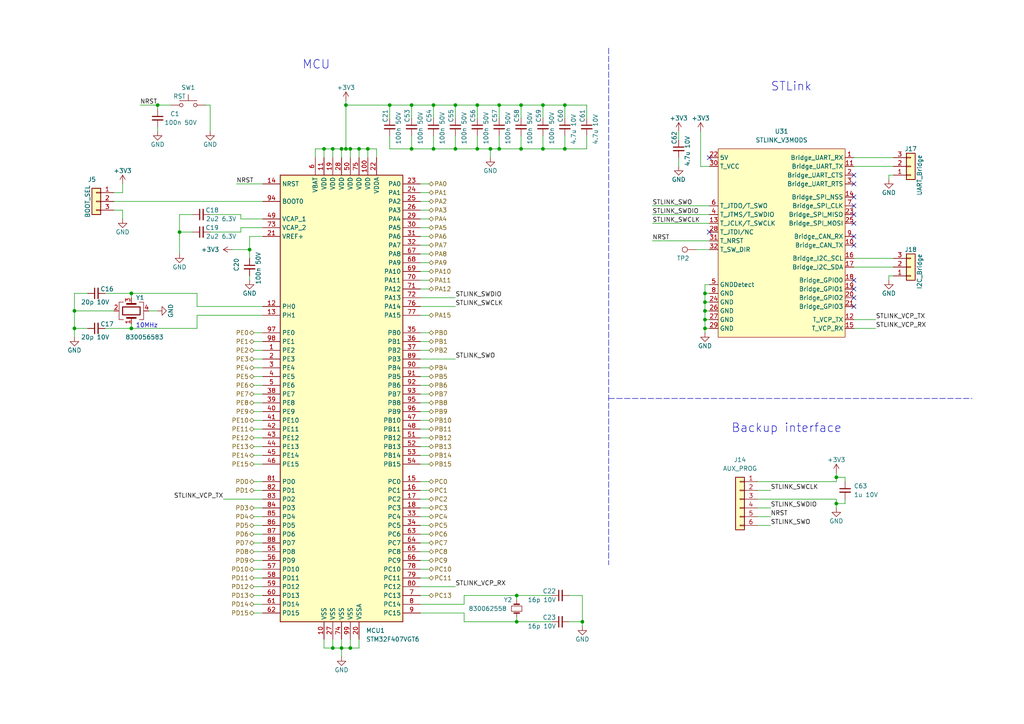
<source format=kicad_sch>
(kicad_sch (version 20211123) (generator eeschema)
  (paper "A4")
  (lib_symbols
    (symbol "Connector:TestPoint" (pin_numbers hide) (pin_names (offset 0.762) hide)
      (property "Reference" "TP" (at 0 6.858 0))
      (property "Value" "TestPoint" (at 0 5.08 0))
      (symbol "TestPoint_0_1"
        (circle (center 0 3.302) (radius 0.762))
      )
      (symbol "TestPoint_1_1"
        (pin passive line (at 0 0 90) (length 2.54) (name "1") (number "1"))
      )
    )
    (symbol "Connector_Generic:Conn_01x03" (pin_names (offset 1.016) hide)
      (property "Reference" "J" (at 0 5.08 0))
      (property "Value" "Conn_01x03" (at 0 -5.08 0))
      (symbol "Conn_01x03_1_1"
        (rectangle (start -1.27 -2.413) (end 0 -2.667) (stroke (width 0.1524)))
        (rectangle (start -1.27 0.127) (end 0 -0.127) (stroke (width 0.1524)))
        (rectangle (start -1.27 2.667) (end 0 2.413) (stroke (width 0.1524)))
        (rectangle (start -1.27 3.81) (end 1.27 -3.81) (stroke (width 0.254)) (fill (type background)))
        (pin passive line (at -5.08 2.54 0) (length 3.81) (name "Pin_1") (number "1"))
        (pin passive line (at -5.08 0 0) (length 3.81) (name "Pin_2") (number "2"))
        (pin passive line (at -5.08 -2.54 0) (length 3.81) (name "Pin_3") (number "3"))
      )
    )
    (symbol "Connector_Generic:Conn_01x06" (pin_names (offset 1.016) hide)
      (property "Reference" "J" (at 0 7.62 0))
      (property "Value" "Conn_01x06" (at 0 -10.16 0))
      (symbol "Conn_01x06_1_1"
        (rectangle (start -1.27 -7.493) (end 0 -7.747) (stroke (width 0.1524)))
        (rectangle (start -1.27 -4.953) (end 0 -5.207) (stroke (width 0.1524)))
        (rectangle (start -1.27 -2.413) (end 0 -2.667) (stroke (width 0.1524)))
        (rectangle (start -1.27 0.127) (end 0 -0.127) (stroke (width 0.1524)))
        (rectangle (start -1.27 2.667) (end 0 2.413) (stroke (width 0.1524)))
        (rectangle (start -1.27 5.207) (end 0 4.953) (stroke (width 0.1524)))
        (rectangle (start -1.27 6.35) (end 1.27 -8.89) (stroke (width 0.254)) (fill (type background)))
        (pin passive line (at -5.08 5.08 0) (length 3.81) (name "Pin_1") (number "1"))
        (pin passive line (at -5.08 2.54 0) (length 3.81) (name "Pin_2") (number "2"))
        (pin passive line (at -5.08 0 0) (length 3.81) (name "Pin_3") (number "3"))
        (pin passive line (at -5.08 -2.54 0) (length 3.81) (name "Pin_4") (number "4"))
        (pin passive line (at -5.08 -5.08 0) (length 3.81) (name "Pin_5") (number "5"))
        (pin passive line (at -5.08 -7.62 0) (length 3.81) (name "Pin_6") (number "6"))
      )
    )
    (symbol "Device:C_Small" (pin_numbers hide) (pin_names (offset 0.254) hide)
      (property "Reference" "C" (at 0.254 1.778 0))
      (property "Value" "C_Small" (at 0.254 -2.032 0))
      (symbol "C_Small_0_1"
        (polyline (pts (xy -1.524 -0.508) (xy 1.524 -0.508)) (stroke (width 0.3302)))
        (polyline (pts (xy -1.524 0.508) (xy 1.524 0.508)) (stroke (width 0.3048)))
      )
      (symbol "C_Small_1_1"
        (pin passive line (at 0 2.54 270) (length 2.032) (name "~") (number "1"))
        (pin passive line (at 0 -2.54 90) (length 2.032) (name "~") (number "2"))
      )
    )
    (symbol "Device:Crystal_GND24" (pin_names (offset 1.016) hide)
      (property "Reference" "Y" (at 3.175 5.08 0))
      (property "Value" "Crystal_GND24" (at 3.175 3.175 0))
      (symbol "Crystal_GND24_0_1"
        (rectangle (start -1.143 2.54) (end 1.143 -2.54) (stroke (width 0.3048)))
        (polyline (pts (xy -2.54 0) (xy -2.032 0)))
        (polyline (pts (xy -2.032 -1.27) (xy -2.032 1.27)) (stroke (width 0.508)))
        (polyline (pts (xy 0 -3.81) (xy 0 -3.556)))
        (polyline (pts (xy 0 3.556) (xy 0 3.81)))
        (polyline (pts (xy 2.032 -1.27) (xy 2.032 1.27)) (stroke (width 0.508)))
        (polyline (pts (xy 2.032 0) (xy 2.54 0)))
        (polyline (pts (xy -2.54 -2.286) (xy -2.54 -3.556) (xy 2.54 -3.556) (xy 2.54 -2.286)))
        (polyline (pts (xy -2.54 2.286) (xy -2.54 3.556) (xy 2.54 3.556) (xy 2.54 2.286)))
      )
      (symbol "Crystal_GND24_1_1"
        (pin passive line (at -3.81 0 0) (length 1.27) (name "1") (number "1"))
        (pin passive line (at 0 5.08 270) (length 1.27) (name "2") (number "2"))
        (pin passive line (at 3.81 0 180) (length 1.27) (name "3") (number "3"))
        (pin passive line (at 0 -5.08 90) (length 1.27) (name "4") (number "4"))
      )
    )
    (symbol "Device:Crystal_Small" (pin_numbers hide) (pin_names (offset 1.016) hide)
      (property "Reference" "Y" (at 0 2.54 0))
      (property "Value" "Crystal_Small" (at 0 -2.54 0))
      (symbol "Crystal_Small_0_1"
        (rectangle (start -0.762 -1.524) (end 0.762 1.524))
        (polyline (pts (xy -1.27 -0.762) (xy -1.27 0.762)) (stroke (width 0.381)))
        (polyline (pts (xy 1.27 -0.762) (xy 1.27 0.762)) (stroke (width 0.381)))
      )
      (symbol "Crystal_Small_1_1"
        (pin passive line (at -2.54 0 0) (length 1.27) (name "1") (number "1"))
        (pin passive line (at 2.54 0 180) (length 1.27) (name "2") (number "2"))
      )
    )
    (symbol "MCU_ST_STM32F4:STM32F407VETx"
      (property "Reference" "U" (at -17.78 64.77 0))
      (property "Value" "STM32F407VETx" (at 12.7 64.77 0))
      (symbol "STM32F407VETx_0_1"
        (rectangle (start -17.78 -66.04) (end 17.78 63.5) (stroke (width 0.254)) (fill (type background)))
      )
      (symbol "STM32F407VETx_1_1"
        (pin bidirectional line (at -22.86 12.7 0) (length 5.08) (name "PE2") (number "1"))
        (pin power_in line (at -5.08 -71.12 90) (length 5.08) (name "VSS") (number "10"))
        (pin power_in line (at 7.62 68.58 270) (length 5.08) (name "VDD") (number "100"))
        (pin power_in line (at -5.08 68.58 270) (length 5.08) (name "VDD") (number "11"))
        (pin input line (at -22.86 25.4 0) (length 5.08) (name "PH0") (number "12"))
        (pin input line (at -22.86 22.86 0) (length 5.08) (name "PH1") (number "13"))
        (pin input line (at -22.86 60.96 0) (length 5.08) (name "NRST") (number "14"))
        (pin bidirectional line (at 22.86 -25.4 180) (length 5.08) (name "PC0") (number "15"))
        (pin bidirectional line (at 22.86 -27.94 180) (length 5.08) (name "PC1") (number "16"))
        (pin bidirectional line (at 22.86 -30.48 180) (length 5.08) (name "PC2") (number "17"))
        (pin bidirectional line (at 22.86 -33.02 180) (length 5.08) (name "PC3") (number "18"))
        (pin power_in line (at -2.54 68.58 270) (length 5.08) (name "VDD") (number "19"))
        (pin bidirectional line (at -22.86 10.16 0) (length 5.08) (name "PE3") (number "2"))
        (pin power_in line (at 5.08 -71.12 90) (length 5.08) (name "VSSA") (number "20"))
        (pin power_in line (at -22.86 45.72 0) (length 5.08) (name "VREF+") (number "21"))
        (pin power_in line (at 10.16 68.58 270) (length 5.08) (name "VDDA") (number "22"))
        (pin bidirectional line (at 22.86 60.96 180) (length 5.08) (name "PA0") (number "23"))
        (pin bidirectional line (at 22.86 58.42 180) (length 5.08) (name "PA1") (number "24"))
        (pin bidirectional line (at 22.86 55.88 180) (length 5.08) (name "PA2") (number "25"))
        (pin bidirectional line (at 22.86 53.34 180) (length 5.08) (name "PA3") (number "26"))
        (pin power_in line (at -2.54 -71.12 90) (length 5.08) (name "VSS") (number "27"))
        (pin power_in line (at 0 68.58 270) (length 5.08) (name "VDD") (number "28"))
        (pin bidirectional line (at 22.86 50.8 180) (length 5.08) (name "PA4") (number "29"))
        (pin bidirectional line (at -22.86 7.62 0) (length 5.08) (name "PE4") (number "3"))
        (pin bidirectional line (at 22.86 48.26 180) (length 5.08) (name "PA5") (number "30"))
        (pin bidirectional line (at 22.86 45.72 180) (length 5.08) (name "PA6") (number "31"))
        (pin bidirectional line (at 22.86 43.18 180) (length 5.08) (name "PA7") (number "32"))
        (pin bidirectional line (at 22.86 -35.56 180) (length 5.08) (name "PC4") (number "33"))
        (pin bidirectional line (at 22.86 -38.1 180) (length 5.08) (name "PC5") (number "34"))
        (pin bidirectional line (at 22.86 17.78 180) (length 5.08) (name "PB0") (number "35"))
        (pin bidirectional line (at 22.86 15.24 180) (length 5.08) (name "PB1") (number "36"))
        (pin bidirectional line (at 22.86 12.7 180) (length 5.08) (name "PB2") (number "37"))
        (pin bidirectional line (at -22.86 0 0) (length 5.08) (name "PE7") (number "38"))
        (pin bidirectional line (at -22.86 -2.54 0) (length 5.08) (name "PE8") (number "39"))
        (pin bidirectional line (at -22.86 5.08 0) (length 5.08) (name "PE5") (number "4"))
        (pin bidirectional line (at -22.86 -5.08 0) (length 5.08) (name "PE9") (number "40"))
        (pin bidirectional line (at -22.86 -7.62 0) (length 5.08) (name "PE10") (number "41"))
        (pin bidirectional line (at -22.86 -10.16 0) (length 5.08) (name "PE11") (number "42"))
        (pin bidirectional line (at -22.86 -12.7 0) (length 5.08) (name "PE12") (number "43"))
        (pin bidirectional line (at -22.86 -15.24 0) (length 5.08) (name "PE13") (number "44"))
        (pin bidirectional line (at -22.86 -17.78 0) (length 5.08) (name "PE14") (number "45"))
        (pin bidirectional line (at -22.86 -20.32 0) (length 5.08) (name "PE15") (number "46"))
        (pin bidirectional line (at 22.86 -7.62 180) (length 5.08) (name "PB10") (number "47"))
        (pin bidirectional line (at 22.86 -10.16 180) (length 5.08) (name "PB11") (number "48"))
        (pin power_in line (at -22.86 50.8 0) (length 5.08) (name "VCAP_1") (number "49"))
        (pin bidirectional line (at -22.86 2.54 0) (length 5.08) (name "PE6") (number "5"))
        (pin power_in line (at 2.54 68.58 270) (length 5.08) (name "VDD") (number "50"))
        (pin bidirectional line (at 22.86 -12.7 180) (length 5.08) (name "PB12") (number "51"))
        (pin bidirectional line (at 22.86 -15.24 180) (length 5.08) (name "PB13") (number "52"))
        (pin bidirectional line (at 22.86 -17.78 180) (length 5.08) (name "PB14") (number "53"))
        (pin bidirectional line (at 22.86 -20.32 180) (length 5.08) (name "PB15") (number "54"))
        (pin bidirectional line (at -22.86 -45.72 0) (length 5.08) (name "PD8") (number "55"))
        (pin bidirectional line (at -22.86 -48.26 0) (length 5.08) (name "PD9") (number "56"))
        (pin bidirectional line (at -22.86 -50.8 0) (length 5.08) (name "PD10") (number "57"))
        (pin bidirectional line (at -22.86 -53.34 0) (length 5.08) (name "PD11") (number "58"))
        (pin bidirectional line (at -22.86 -55.88 0) (length 5.08) (name "PD12") (number "59"))
        (pin power_in line (at -7.62 68.58 270) (length 5.08) (name "VBAT") (number "6"))
        (pin bidirectional line (at -22.86 -58.42 0) (length 5.08) (name "PD13") (number "60"))
        (pin bidirectional line (at -22.86 -60.96 0) (length 5.08) (name "PD14") (number "61"))
        (pin bidirectional line (at -22.86 -63.5 0) (length 5.08) (name "PD15") (number "62"))
        (pin bidirectional line (at 22.86 -40.64 180) (length 5.08) (name "PC6") (number "63"))
        (pin bidirectional line (at 22.86 -43.18 180) (length 5.08) (name "PC7") (number "64"))
        (pin bidirectional line (at 22.86 -45.72 180) (length 5.08) (name "PC8") (number "65"))
        (pin bidirectional line (at 22.86 -48.26 180) (length 5.08) (name "PC9") (number "66"))
        (pin bidirectional line (at 22.86 40.64 180) (length 5.08) (name "PA8") (number "67"))
        (pin bidirectional line (at 22.86 38.1 180) (length 5.08) (name "PA9") (number "68"))
        (pin bidirectional line (at 22.86 35.56 180) (length 5.08) (name "PA10") (number "69"))
        (pin bidirectional line (at 22.86 -58.42 180) (length 5.08) (name "PC13") (number "7"))
        (pin bidirectional line (at 22.86 33.02 180) (length 5.08) (name "PA11") (number "70"))
        (pin bidirectional line (at 22.86 30.48 180) (length 5.08) (name "PA12") (number "71"))
        (pin bidirectional line (at 22.86 27.94 180) (length 5.08) (name "PA13") (number "72"))
        (pin power_in line (at -22.86 48.26 0) (length 5.08) (name "VCAP_2") (number "73"))
        (pin power_in line (at 0 -71.12 90) (length 5.08) (name "VSS") (number "74"))
        (pin power_in line (at 5.08 68.58 270) (length 5.08) (name "VDD") (number "75"))
        (pin bidirectional line (at 22.86 25.4 180) (length 5.08) (name "PA14") (number "76"))
        (pin bidirectional line (at 22.86 22.86 180) (length 5.08) (name "PA15") (number "77"))
        (pin bidirectional line (at 22.86 -50.8 180) (length 5.08) (name "PC10") (number "78"))
        (pin bidirectional line (at 22.86 -53.34 180) (length 5.08) (name "PC11") (number "79"))
        (pin bidirectional line (at 22.86 -60.96 180) (length 5.08) (name "PC14") (number "8"))
        (pin bidirectional line (at 22.86 -55.88 180) (length 5.08) (name "PC12") (number "80"))
        (pin bidirectional line (at -22.86 -25.4 0) (length 5.08) (name "PD0") (number "81"))
        (pin bidirectional line (at -22.86 -27.94 0) (length 5.08) (name "PD1") (number "82"))
        (pin bidirectional line (at -22.86 -30.48 0) (length 5.08) (name "PD2") (number "83"))
        (pin bidirectional line (at -22.86 -33.02 0) (length 5.08) (name "PD3") (number "84"))
        (pin bidirectional line (at -22.86 -35.56 0) (length 5.08) (name "PD4") (number "85"))
        (pin bidirectional line (at -22.86 -38.1 0) (length 5.08) (name "PD5") (number "86"))
        (pin bidirectional line (at -22.86 -40.64 0) (length 5.08) (name "PD6") (number "87"))
        (pin bidirectional line (at -22.86 -43.18 0) (length 5.08) (name "PD7") (number "88"))
        (pin bidirectional line (at 22.86 10.16 180) (length 5.08) (name "PB3") (number "89"))
        (pin bidirectional line (at 22.86 -63.5 180) (length 5.08) (name "PC15") (number "9"))
        (pin bidirectional line (at 22.86 7.62 180) (length 5.08) (name "PB4") (number "90"))
        (pin bidirectional line (at 22.86 5.08 180) (length 5.08) (name "PB5") (number "91"))
        (pin bidirectional line (at 22.86 2.54 180) (length 5.08) (name "PB6") (number "92"))
        (pin bidirectional line (at 22.86 0 180) (length 5.08) (name "PB7") (number "93"))
        (pin input line (at -22.86 55.88 0) (length 5.08) (name "BOOT0") (number "94"))
        (pin bidirectional line (at 22.86 -2.54 180) (length 5.08) (name "PB8") (number "95"))
        (pin bidirectional line (at 22.86 -5.08 180) (length 5.08) (name "PB9") (number "96"))
        (pin bidirectional line (at -22.86 17.78 0) (length 5.08) (name "PE0") (number "97"))
        (pin bidirectional line (at -22.86 15.24 0) (length 5.08) (name "PE1") (number "98"))
        (pin power_in line (at 2.54 -71.12 90) (length 5.08) (name "VSS") (number "99"))
      )
    )
    (symbol "STLINK_V3MODS:STLINK_V3MODS"
      (property "Reference" "U" (at -16.51 30.48 0))
      (property "Value" "STLINK_V3MODS" (at -10.16 27.94 0))
      (symbol "STLINK_V3MODS_0_1"
        (rectangle (start -17.78 26.67) (end 19.05 -27.94) (fill (type background)))
      )
      (symbol "STLINK_V3MODS_1_1"
        (pin passive line (at 21.59 24.13 180) (length 2.54) (name "Bridge_UART_RX") (number "1"))
        (pin passive line (at 21.59 -1.27 180) (length 2.54) (name "Bridge_CAN_TX") (number "10"))
        (pin passive line (at 21.59 21.59 180) (length 2.54) (name "Bridge_UART_TX") (number "11"))
        (pin passive line (at 21.59 -22.86 180) (length 2.54) (name "T_VCP_TX") (number "12"))
        (pin passive line (at -20.32 5.08 0) (length 2.54) (name "T_JCLK/T_SWCLK") (number "13"))
        (pin passive line (at 21.59 12.7 180) (length 2.54) (name "Bridge_SPI_NSS") (number "14"))
        (pin passive line (at 21.59 -25.4 180) (length 2.54) (name "T_VCP_RX") (number "15"))
        (pin passive line (at 21.59 -5.08 180) (length 2.54) (name "Bridge_I2C_SCL") (number "16"))
        (pin passive line (at 21.59 -7.62 180) (length 2.54) (name "Bridge_I2C_SDA") (number "17"))
        (pin passive line (at 21.59 -11.43 180) (length 2.54) (name "Bridge_GPIO0") (number "18"))
        (pin passive line (at 21.59 -13.97 180) (length 2.54) (name "Bridge_GPIO1") (number "19"))
        (pin passive line (at 21.59 19.05 180) (length 2.54) (name "Bridge_UART_CTS") (number "2"))
        (pin passive line (at 21.59 -16.51 180) (length 2.54) (name "Bridge_GPIO2") (number "20"))
        (pin passive line (at 21.59 -19.05 180) (length 2.54) (name "Bridge_GPIO3") (number "21"))
        (pin passive line (at -20.32 24.13 0) (length 2.54) (name "5V") (number "22"))
        (pin passive line (at 21.59 7.62 180) (length 2.54) (name "Bridge_SPI_MISO") (number "23"))
        (pin passive line (at -20.32 -17.78 0) (length 2.54) (name "GND") (number "24"))
        (pin passive line (at 21.59 5.08 180) (length 2.54) (name "Bridge_SPI_MOSI") (number "25"))
        (pin passive line (at -20.32 -20.32 0) (length 2.54) (name "GND") (number "26"))
        (pin passive line (at -20.32 -22.86 0) (length 2.54) (name "GND") (number "27"))
        (pin passive line (at -20.32 2.54 0) (length 2.54) (name "T_JTDI/NC") (number "28"))
        (pin passive line (at -20.32 -25.4 0) (length 2.54) (name "GND") (number "29"))
        (pin passive line (at 21.59 16.51 180) (length 2.54) (name "Bridge_UART_RTS") (number "3"))
        (pin passive line (at -20.32 21.59 0) (length 2.54) (name "T_VCC") (number "30"))
        (pin passive line (at -20.32 0 0) (length 2.54) (name "T_NRST") (number "31"))
        (pin passive line (at -20.32 -2.54 0) (length 2.54) (name "T_SW_DIR") (number "32"))
        (pin passive line (at -20.32 7.62 0) (length 2.54) (name "T_JTMS/T_SWDIO") (number "4"))
        (pin passive line (at -20.32 -12.7 0) (length 2.54) (name "GNDDetect") (number "5"))
        (pin passive line (at -20.32 10.16 0) (length 2.54) (name "T_JTDO/T_SWO") (number "6"))
        (pin passive line (at 21.59 10.16 180) (length 2.54) (name "Bridge_SPI_CLK") (number "7"))
        (pin passive line (at -20.32 -15.24 0) (length 2.54) (name "GND") (number "8"))
        (pin passive line (at 21.59 1.27 180) (length 2.54) (name "Bridge_CAN_RX") (number "9"))
      )
    )
    (symbol "Switch:SW_Push" (pin_numbers hide) (pin_names (offset 1.016) hide)
      (property "Reference" "SW" (at 1.27 2.54 0))
      (property "Value" "SW_Push" (at 0 -1.524 0))
      (symbol "SW_Push_0_1"
        (circle (center -2.032 0) (radius 0.508))
        (polyline (pts (xy 0 1.27) (xy 0 3.048)))
        (polyline (pts (xy 2.54 1.27) (xy -2.54 1.27)))
        (circle (center 2.032 0) (radius 0.508))
        (pin passive line (at -5.08 0 0) (length 2.54) (name "1") (number "1"))
        (pin passive line (at 5.08 0 180) (length 2.54) (name "2") (number "2"))
      )
    )
    (symbol "power:+3.3V" (power) (pin_names (offset 0))
      (property "Value" "+3.3V" (at 0 3.556 0))
      (symbol "+3.3V_0_1"
        (polyline (pts (xy -0.762 1.27) (xy 0 2.54)))
        (polyline (pts (xy 0 0) (xy 0 2.54)))
        (polyline (pts (xy 0 2.54) (xy 0.762 1.27)))
      )
      (symbol "+3.3V_1_1"
        (pin power_in line (at 0 0 90) (length 0) hide (name "+3V3") (number "1"))
      )
    )
    (symbol "power:GND" (power) (pin_names (offset 0))
      (property "Value" "GND" (at 0 -3.81 0))
      (symbol "GND_0_1"
        (polyline (pts (xy 0 0) (xy 0 -1.27) (xy 1.27 -1.27) (xy 0 -2.54) (xy -1.27 -1.27) (xy 0 -1.27)))
      )
      (symbol "GND_1_1"
        (pin power_in line (at 0 0 270) (length 0) hide (name "GND") (number "1"))
      )
    )
  )
  (junction (at 72.39 72.39))
  (junction (at 99.06 43.18))
  (junction (at 100.33 30.48))
  (junction (at 204.47 90.17))
  (junction (at 204.47 85.09))
  (junction (at 125.73 43.18))
  (junction (at 132.08 30.48))
  (junction (at 157.48 30.48))
  (junction (at 119.38 30.48))
  (junction (at 242.57 146.05))
  (junction (at 204.47 95.25))
  (junction (at 101.6 43.18))
  (junction (at 142.24 43.18))
  (junction (at 119.38 43.18))
  (junction (at 163.83 30.48))
  (junction (at 157.48 43.18))
  (junction (at 204.47 92.71))
  (junction (at 168.91 180.34))
  (junction (at 106.68 43.18))
  (junction (at 151.13 30.48))
  (junction (at 38.1 95.25))
  (junction (at 96.52 43.18))
  (junction (at 100.33 43.18))
  (junction (at 138.43 43.18))
  (junction (at 151.13 43.18))
  (junction (at 52.07 67.31))
  (junction (at 132.08 43.18))
  (junction (at 144.78 30.48))
  (junction (at 21.59 95.25))
  (junction (at 204.47 87.63))
  (junction (at 113.03 30.48))
  (junction (at 38.1 85.09))
  (junction (at 101.6 187.96))
  (junction (at 138.43 30.48))
  (junction (at 149.86 172.72))
  (junction (at 99.06 187.96))
  (junction (at 125.73 30.48))
  (junction (at 149.86 180.34))
  (junction (at 242.57 138.43))
  (junction (at 45.72 30.48))
  (junction (at 104.14 43.18))
  (junction (at 144.78 43.18))
  (junction (at 163.83 43.18))
  (junction (at 93.98 43.18))
  (junction (at 96.52 187.96))
  (junction (at 21.59 90.17))
  (no_connect (at 247.65 50.8))
  (no_connect (at 247.65 53.34))
  (no_connect (at 247.65 64.77))
  (no_connect (at 247.65 88.9))
  (no_connect (at 247.65 81.28))
  (no_connect (at 247.65 83.82))
  (no_connect (at 247.65 68.58))
  (no_connect (at 247.65 71.12))
  (no_connect (at 247.65 62.23))
  (no_connect (at 247.65 59.69))
  (no_connect (at 247.65 57.15))
  (no_connect (at 247.65 86.36))
  (no_connect (at 205.74 45.72))
  (no_connect (at 205.74 67.31))
  (wire (pts (xy 100.33 43.18) (xy 101.6 43.18)))
  (wire (pts (xy 91.44 45.72) (xy 91.44 43.18)))
  (wire (pts (xy 100.33 30.48) (xy 100.33 43.18)))
  (wire (pts (xy 73.66 160.02) (xy 76.2 160.02)))
  (wire (pts (xy 121.92 60.96) (xy 124.46 60.96)))
  (wire (pts (xy 73.66 114.3) (xy 76.2 114.3)))
  (wire (pts (xy 247.65 45.72) (xy 259.08 45.72)))
  (wire (pts (xy 119.38 39.37) (xy 119.38 43.18)))
  (wire (pts (xy 121.92 73.66) (xy 124.46 73.66)))
  (wire (pts (xy 73.66 129.54) (xy 76.2 129.54)))
  (wire (pts (xy 60.96 67.31) (xy 69.85 67.31)))
  (wire (pts (xy 121.92 172.72) (xy 124.46 172.72)))
  (wire (pts (xy 121.92 175.26) (xy 134.62 175.26)))
  (wire (pts (xy 196.85 38.1) (xy 196.85 40.64)))
  (wire (pts (xy 204.47 87.63) (xy 204.47 90.17)))
  (wire (pts (xy 151.13 39.37) (xy 151.13 43.18)))
  (wire (pts (xy 21.59 95.25) (xy 21.59 90.17)))
  (wire (pts (xy 69.85 63.5) (xy 69.85 62.23)))
  (wire (pts (xy 125.73 43.18) (xy 119.38 43.18)))
  (wire (pts (xy 73.66 165.1) (xy 76.2 165.1)))
  (wire (pts (xy 125.73 30.48) (xy 119.38 30.48)))
  (wire (pts (xy 121.92 129.54) (xy 124.46 129.54)))
  (wire (pts (xy 168.91 172.72) (xy 165.1 172.72)))
  (wire (pts (xy 101.6 43.18) (xy 101.6 45.72)))
  (wire (pts (xy 99.06 187.96) (xy 101.6 187.96)))
  (wire (pts (xy 43.18 90.17) (xy 45.72 90.17)))
  (wire (pts (xy 157.48 39.37) (xy 157.48 43.18)))
  (wire (pts (xy 121.92 152.4) (xy 124.46 152.4)))
  (wire (pts (xy 204.47 90.17) (xy 204.47 92.71)))
  (wire (pts (xy 121.92 154.94) (xy 124.46 154.94)))
  (wire (pts (xy 45.72 36.83) (xy 45.72 38.1)))
  (wire (pts (xy 93.98 43.18) (xy 93.98 45.72)))
  (wire (pts (xy 189.23 62.23) (xy 205.74 62.23)))
  (wire (pts (xy 121.92 106.68) (xy 124.46 106.68)))
  (wire (pts (xy 121.92 58.42) (xy 124.46 58.42)))
  (wire (pts (xy 121.92 86.36) (xy 132.08 86.36)))
  (wire (pts (xy 93.98 187.96) (xy 96.52 187.96)))
  (wire (pts (xy 121.92 139.7) (xy 124.46 139.7)))
  (wire (pts (xy 257.81 80.01) (xy 259.08 80.01)))
  (wire (pts (xy 151.13 30.48) (xy 151.13 34.29)))
  (wire (pts (xy 189.23 69.85) (xy 205.74 69.85)))
  (wire (pts (xy 33.02 55.88) (xy 35.56 55.88)))
  (wire (pts (xy 96.52 43.18) (xy 96.52 45.72)))
  (wire (pts (xy 242.57 146.05) (xy 242.57 144.78)))
  (wire (pts (xy 73.66 96.52) (xy 76.2 96.52)))
  (wire (pts (xy 104.14 187.96) (xy 104.14 185.42)))
  (wire (pts (xy 203.2 38.1) (xy 203.2 48.26)))
  (wire (pts (xy 151.13 30.48) (xy 157.48 30.48)))
  (wire (pts (xy 101.6 185.42) (xy 101.6 187.96)))
  (wire (pts (xy 205.74 82.55) (xy 204.47 82.55)))
  (wire (pts (xy 138.43 30.48) (xy 132.08 30.48)))
  (wire (pts (xy 30.48 95.25) (xy 38.1 95.25)))
  (wire (pts (xy 33.02 58.42) (xy 76.2 58.42)))
  (wire (pts (xy 121.92 91.44) (xy 124.46 91.44)))
  (wire (pts (xy 109.22 43.18) (xy 109.22 45.72)))
  (wire (pts (xy 64.77 144.78) (xy 76.2 144.78)))
  (wire (pts (xy 219.71 147.32) (xy 223.52 147.32)))
  (wire (pts (xy 121.92 160.02) (xy 124.46 160.02)))
  (wire (pts (xy 121.92 66.04) (xy 124.46 66.04)))
  (wire (pts (xy 73.66 139.7) (xy 76.2 139.7)))
  (wire (pts (xy 144.78 39.37) (xy 144.78 43.18)))
  (wire (pts (xy 93.98 185.42) (xy 93.98 187.96)))
  (wire (pts (xy 121.92 63.5) (xy 124.46 63.5)))
  (wire (pts (xy 149.86 179.07) (xy 149.86 180.34)))
  (wire (pts (xy 245.11 146.05) (xy 242.57 146.05)))
  (wire (pts (xy 121.92 170.18) (xy 132.08 170.18)))
  (wire (pts (xy 73.66 132.08) (xy 76.2 132.08)))
  (wire (pts (xy 121.92 162.56) (xy 124.46 162.56)))
  (wire (pts (xy 73.66 172.72) (xy 76.2 172.72)))
  (polyline (pts (xy 176.53 13.97) (xy 176.53 163.83)))
  (wire (pts (xy 138.43 30.48) (xy 144.78 30.48)))
  (wire (pts (xy 101.6 43.18) (xy 104.14 43.18)))
  (wire (pts (xy 73.66 157.48) (xy 76.2 157.48)))
  (wire (pts (xy 121.92 165.1) (xy 124.46 165.1)))
  (wire (pts (xy 134.62 180.34) (xy 149.86 180.34)))
  (wire (pts (xy 219.71 149.86) (xy 223.52 149.86)))
  (wire (pts (xy 38.1 93.98) (xy 38.1 95.25)))
  (wire (pts (xy 121.92 109.22) (xy 124.46 109.22)))
  (wire (pts (xy 121.92 134.62) (xy 124.46 134.62)))
  (wire (pts (xy 35.56 63.5) (xy 35.56 60.96)))
  (wire (pts (xy 73.66 127) (xy 76.2 127)))
  (wire (pts (xy 144.78 34.29) (xy 144.78 30.48)))
  (wire (pts (xy 67.31 72.39) (xy 72.39 72.39)))
  (wire (pts (xy 257.81 50.8) (xy 259.08 50.8)))
  (wire (pts (xy 106.68 43.18) (xy 106.68 45.72)))
  (wire (pts (xy 121.92 124.46) (xy 124.46 124.46)))
  (wire (pts (xy 204.47 87.63) (xy 205.74 87.63)))
  (wire (pts (xy 35.56 55.88) (xy 35.56 53.34)))
  (wire (pts (xy 69.85 66.04) (xy 76.2 66.04)))
  (wire (pts (xy 121.92 71.12) (xy 124.46 71.12)))
  (wire (pts (xy 170.18 39.37) (xy 170.18 43.18)))
  (wire (pts (xy 73.66 104.14) (xy 76.2 104.14)))
  (wire (pts (xy 73.66 170.18) (xy 76.2 170.18)))
  (wire (pts (xy 149.86 172.72) (xy 149.86 173.99)))
  (wire (pts (xy 121.92 83.82) (xy 124.46 83.82)))
  (wire (pts (xy 21.59 90.17) (xy 21.59 85.09)))
  (wire (pts (xy 204.47 85.09) (xy 205.74 85.09)))
  (wire (pts (xy 121.92 142.24) (xy 124.46 142.24)))
  (wire (pts (xy 104.14 43.18) (xy 104.14 45.72)))
  (wire (pts (xy 73.66 162.56) (xy 76.2 162.56)))
  (wire (pts (xy 168.91 180.34) (xy 168.91 172.72)))
  (wire (pts (xy 163.83 39.37) (xy 163.83 43.18)))
  (wire (pts (xy 157.48 43.18) (xy 151.13 43.18)))
  (wire (pts (xy 99.06 187.96) (xy 99.06 190.5)))
  (wire (pts (xy 134.62 177.8) (xy 121.92 177.8)))
  (wire (pts (xy 204.47 92.71) (xy 205.74 92.71)))
  (wire (pts (xy 57.15 95.25) (xy 57.15 91.44)))
  (wire (pts (xy 132.08 30.48) (xy 132.08 34.29)))
  (wire (pts (xy 204.47 82.55) (xy 204.47 85.09)))
  (wire (pts (xy 73.66 147.32) (xy 76.2 147.32)))
  (wire (pts (xy 45.72 30.48) (xy 45.72 31.75)))
  (wire (pts (xy 121.92 149.86) (xy 124.46 149.86)))
  (wire (pts (xy 99.06 43.18) (xy 100.33 43.18)))
  (wire (pts (xy 68.58 53.34) (xy 76.2 53.34)))
  (wire (pts (xy 121.92 96.52) (xy 124.46 96.52)))
  (wire (pts (xy 72.39 72.39) (xy 72.39 68.58)))
  (wire (pts (xy 142.24 43.18) (xy 138.43 43.18)))
  (wire (pts (xy 73.66 121.92) (xy 76.2 121.92)))
  (wire (pts (xy 72.39 68.58) (xy 76.2 68.58)))
  (wire (pts (xy 35.56 60.96) (xy 33.02 60.96)))
  (wire (pts (xy 113.03 43.18) (xy 113.03 39.37)))
  (wire (pts (xy 257.81 81.28) (xy 257.81 80.01)))
  (wire (pts (xy 138.43 43.18) (xy 132.08 43.18)))
  (wire (pts (xy 132.08 39.37) (xy 132.08 43.18)))
  (wire (pts (xy 113.03 30.48) (xy 100.33 30.48)))
  (wire (pts (xy 121.92 76.2) (xy 124.46 76.2)))
  (wire (pts (xy 245.11 144.78) (xy 245.11 146.05)))
  (wire (pts (xy 73.66 99.06) (xy 76.2 99.06)))
  (wire (pts (xy 57.15 91.44) (xy 76.2 91.44)))
  (wire (pts (xy 196.85 45.72) (xy 196.85 48.26)))
  (wire (pts (xy 121.92 157.48) (xy 124.46 157.48)))
  (wire (pts (xy 101.6 187.96) (xy 104.14 187.96)))
  (wire (pts (xy 73.66 167.64) (xy 76.2 167.64)))
  (wire (pts (xy 38.1 85.09) (xy 38.1 86.36)))
  (wire (pts (xy 242.57 139.7) (xy 242.57 138.43)))
  (wire (pts (xy 121.92 119.38) (xy 124.46 119.38)))
  (wire (pts (xy 247.65 74.93) (xy 259.08 74.93)))
  (wire (pts (xy 57.15 88.9) (xy 57.15 85.09)))
  (wire (pts (xy 21.59 90.17) (xy 33.02 90.17)))
  (wire (pts (xy 245.11 138.43) (xy 242.57 138.43)))
  (wire (pts (xy 257.81 52.07) (xy 257.81 50.8)))
  (wire (pts (xy 121.92 144.78) (xy 124.46 144.78)))
  (wire (pts (xy 38.1 95.25) (xy 57.15 95.25)))
  (wire (pts (xy 52.07 62.23) (xy 55.88 62.23)))
  (wire (pts (xy 73.66 101.6) (xy 76.2 101.6)))
  (wire (pts (xy 204.47 95.25) (xy 204.47 96.52)))
  (wire (pts (xy 121.92 167.64) (xy 124.46 167.64)))
  (wire (pts (xy 91.44 43.18) (xy 93.98 43.18)))
  (wire (pts (xy 151.13 43.18) (xy 144.78 43.18)))
  (wire (pts (xy 204.47 95.25) (xy 205.74 95.25)))
  (wire (pts (xy 73.66 116.84) (xy 76.2 116.84)))
  (wire (pts (xy 163.83 30.48) (xy 170.18 30.48)))
  (wire (pts (xy 106.68 43.18) (xy 109.22 43.18)))
  (wire (pts (xy 73.66 175.26) (xy 76.2 175.26)))
  (wire (pts (xy 96.52 43.18) (xy 99.06 43.18)))
  (wire (pts (xy 170.18 43.18) (xy 163.83 43.18)))
  (wire (pts (xy 242.57 138.43) (xy 242.57 137.16)))
  (wire (pts (xy 144.78 43.18) (xy 142.24 43.18)))
  (wire (pts (xy 132.08 30.48) (xy 125.73 30.48)))
  (wire (pts (xy 121.92 127) (xy 124.46 127)))
  (wire (pts (xy 204.47 90.17) (xy 205.74 90.17)))
  (wire (pts (xy 121.92 104.14) (xy 132.08 104.14)))
  (wire (pts (xy 121.92 55.88) (xy 124.46 55.88)))
  (wire (pts (xy 76.2 63.5) (xy 69.85 63.5)))
  (wire (pts (xy 21.59 85.09) (xy 25.4 85.09)))
  (wire (pts (xy 69.85 67.31) (xy 69.85 66.04)))
  (wire (pts (xy 132.08 43.18) (xy 125.73 43.18)))
  (wire (pts (xy 245.11 139.7) (xy 245.11 138.43)))
  (wire (pts (xy 73.66 177.8) (xy 76.2 177.8)))
  (wire (pts (xy 73.66 142.24) (xy 76.2 142.24)))
  (wire (pts (xy 121.92 99.06) (xy 124.46 99.06)))
  (wire (pts (xy 242.57 147.32) (xy 242.57 146.05)))
  (wire (pts (xy 189.23 59.69) (xy 205.74 59.69)))
  (wire (pts (xy 201.93 72.39) (xy 205.74 72.39)))
  (wire (pts (xy 204.47 85.09) (xy 204.47 87.63)))
  (wire (pts (xy 52.07 73.66) (xy 52.07 67.31)))
  (wire (pts (xy 121.92 68.58) (xy 124.46 68.58)))
  (wire (pts (xy 219.71 152.4) (xy 223.52 152.4)))
  (wire (pts (xy 72.39 80.01) (xy 72.39 81.28)))
  (wire (pts (xy 134.62 180.34) (xy 134.62 177.8)))
  (wire (pts (xy 138.43 30.48) (xy 138.43 34.29)))
  (wire (pts (xy 73.66 124.46) (xy 76.2 124.46)))
  (wire (pts (xy 157.48 30.48) (xy 163.83 30.48)))
  (wire (pts (xy 69.85 62.23) (xy 60.96 62.23)))
  (wire (pts (xy 170.18 34.29) (xy 170.18 30.48)))
  (wire (pts (xy 121.92 81.28) (xy 124.46 81.28)))
  (wire (pts (xy 121.92 121.92) (xy 124.46 121.92)))
  (wire (pts (xy 121.92 101.6) (xy 124.46 101.6)))
  (wire (pts (xy 125.73 39.37) (xy 125.73 43.18)))
  (wire (pts (xy 96.52 187.96) (xy 99.06 187.96)))
  (wire (pts (xy 72.39 72.39) (xy 72.39 74.93)))
  (wire (pts (xy 121.92 114.3) (xy 124.46 114.3)))
  (wire (pts (xy 73.66 152.4) (xy 76.2 152.4)))
  (wire (pts (xy 189.23 64.77) (xy 205.74 64.77)))
  (wire (pts (xy 142.24 43.18) (xy 142.24 45.72)))
  (wire (pts (xy 100.33 29.21) (xy 100.33 30.48)))
  (wire (pts (xy 247.65 92.71) (xy 254 92.71)))
  (wire (pts (xy 247.65 95.25) (xy 254 95.25)))
  (wire (pts (xy 119.38 30.48) (xy 119.38 34.29)))
  (wire (pts (xy 121.92 78.74) (xy 124.46 78.74)))
  (wire (pts (xy 168.91 181.61) (xy 168.91 180.34)))
  (wire (pts (xy 157.48 30.48) (xy 157.48 34.29)))
  (wire (pts (xy 160.02 180.34) (xy 149.86 180.34)))
  (wire (pts (xy 144.78 30.48) (xy 151.13 30.48)))
  (polyline (pts (xy 176.53 115.57) (xy 281.94 115.57)))
  (wire (pts (xy 52.07 67.31) (xy 55.88 67.31)))
  (wire (pts (xy 99.06 185.42) (xy 99.06 187.96)))
  (wire (pts (xy 119.38 30.48) (xy 113.03 30.48)))
  (wire (pts (xy 121.92 111.76) (xy 124.46 111.76)))
  (wire (pts (xy 125.73 30.48) (xy 125.73 34.29)))
  (wire (pts (xy 163.83 43.18) (xy 157.48 43.18)))
  (wire (pts (xy 242.57 144.78) (xy 219.71 144.78)))
  (wire (pts (xy 121.92 88.9) (xy 132.08 88.9)))
  (wire (pts (xy 73.66 111.76) (xy 76.2 111.76)))
  (wire (pts (xy 73.66 109.22) (xy 76.2 109.22)))
  (wire (pts (xy 134.62 172.72) (xy 149.86 172.72)))
  (wire (pts (xy 73.66 154.94) (xy 76.2 154.94)))
  (wire (pts (xy 121.92 116.84) (xy 124.46 116.84)))
  (wire (pts (xy 96.52 185.42) (xy 96.52 187.96)))
  (wire (pts (xy 99.06 45.72) (xy 99.06 43.18)))
  (wire (pts (xy 59.69 30.48) (xy 60.96 30.48)))
  (wire (pts (xy 73.66 119.38) (xy 76.2 119.38)))
  (wire (pts (xy 247.65 48.26) (xy 259.08 48.26)))
  (wire (pts (xy 121.92 147.32) (xy 124.46 147.32)))
  (wire (pts (xy 73.66 134.62) (xy 76.2 134.62)))
  (wire (pts (xy 93.98 43.18) (xy 96.52 43.18)))
  (wire (pts (xy 60.96 30.48) (xy 60.96 38.1)))
  (wire (pts (xy 165.1 180.34) (xy 168.91 180.34)))
  (wire (pts (xy 76.2 88.9) (xy 57.15 88.9)))
  (wire (pts (xy 52.07 67.31) (xy 52.07 62.23)))
  (wire (pts (xy 73.66 106.68) (xy 76.2 106.68)))
  (wire (pts (xy 138.43 39.37) (xy 138.43 43.18)))
  (wire (pts (xy 45.72 30.48) (xy 49.53 30.48)))
  (wire (pts (xy 113.03 30.48) (xy 113.03 34.29)))
  (wire (pts (xy 219.71 142.24) (xy 223.52 142.24)))
  (wire (pts (xy 219.71 139.7) (xy 242.57 139.7)))
  (wire (pts (xy 30.48 85.09) (xy 38.1 85.09)))
  (wire (pts (xy 121.92 132.08) (xy 124.46 132.08)))
  (wire (pts (xy 21.59 95.25) (xy 21.59 97.79)))
  (wire (pts (xy 40.64 30.48) (xy 45.72 30.48)))
  (wire (pts (xy 247.65 77.47) (xy 259.08 77.47)))
  (wire (pts (xy 121.92 53.34) (xy 124.46 53.34)))
  (wire (pts (xy 134.62 175.26) (xy 134.62 172.72)))
  (wire (pts (xy 204.47 92.71) (xy 204.47 95.25)))
  (wire (pts (xy 104.14 43.18) (xy 106.68 43.18)))
  (wire (pts (xy 160.02 172.72) (xy 149.86 172.72)))
  (wire (pts (xy 73.66 149.86) (xy 76.2 149.86)))
  (wire (pts (xy 119.38 43.18) (xy 113.03 43.18)))
  (wire (pts (xy 38.1 85.09) (xy 57.15 85.09)))
  (wire (pts (xy 163.83 30.48) (xy 163.83 34.29)))
  (wire (pts (xy 203.2 48.26) (xy 205.74 48.26)))
  (wire (pts (xy 21.59 95.25) (xy 25.4 95.25)))
  (text "STLink" (at 223.52 26.67 0) (effects (font (size 2.5 2.5)) (justify left bottom)))
  (text "10MHz" (at 39.37 95.25 0) (effects (font (size 1.27 1.27)) (justify left bottom)))
  (text "Backup interface" (at 212.09 125.73 0) (effects (font (size 2.5 2.5)) (justify left bottom)))
  (text "MCU" (at 87.63 20.32 0) (effects (font (size 2.5 2.5)) (justify left bottom)))
  (label "STLINK_SWCLK" (at 189.23 64.77 0))
  (label "STLINK_VCP_TX" (at 64.77 144.78 180))
  (label "STLINK_SWO" (at 189.23 59.69 0))
  (label "STLINK_SWDIO" (at 189.23 62.23 0))
  (label "NRST" (at 68.58 53.34 0))
  (label "STLINK_VCP_TX" (at 254 92.71 0))
  (label "STLINK_SWCLK" (at 223.52 142.24 0))
  (label "STLINK_SWO" (at 223.52 152.4 0))
  (label "STLINK_VCP_RX" (at 132.08 170.18 0))
  (label "NRST" (at 40.64 30.48 0))
  (label "STLINK_SWO" (at 132.08 104.14 0))
  (label "STLINK_SWCLK" (at 132.08 88.9 0))
  (label "STLINK_SWDIO" (at 223.52 147.32 0))
  (label "NRST" (at 189.23 69.85 0))
  (label "NRST" (at 223.52 149.86 0))
  (label "STLINK_SWDIO" (at 132.08 86.36 0))
  (label "STLINK_VCP_RX" (at 254 95.25 0))
  (hierarchical_label "PB4" (shape bidirectional) (at 124.46 106.68 0))
  (hierarchical_label "PB6" (shape bidirectional) (at 124.46 111.76 0))
  (hierarchical_label "PC8" (shape bidirectional) (at 124.46 160.02 0))
  (hierarchical_label "PE3" (shape bidirectional) (at 73.66 104.14 180))
  (hierarchical_label "PA15" (shape bidirectional) (at 124.46 91.44 0))
  (hierarchical_label "PA6" (shape bidirectional) (at 124.46 68.58 0))
  (hierarchical_label "PD9" (shape bidirectional) (at 73.66 162.56 180))
  (hierarchical_label "PD3" (shape bidirectional) (at 73.66 147.32 180))
  (hierarchical_label "PA7" (shape bidirectional) (at 124.46 71.12 0))
  (hierarchical_label "PB10" (shape bidirectional) (at 124.46 121.92 0))
  (hierarchical_label "PC5" (shape bidirectional) (at 124.46 152.4 0))
  (hierarchical_label "PE2" (shape bidirectional) (at 73.66 101.6 180))
  (hierarchical_label "PB7" (shape bidirectional) (at 124.46 114.3 0))
  (hierarchical_label "PD1" (shape bidirectional) (at 73.66 142.24 180))
  (hierarchical_label "PD8" (shape bidirectional) (at 73.66 160.02 180))
  (hierarchical_label "PC11" (shape bidirectional) (at 124.46 167.64 0))
  (hierarchical_label "PE4" (shape bidirectional) (at 73.66 106.68 180))
  (hierarchical_label "PE9" (shape bidirectional) (at 73.66 119.38 180))
  (hierarchical_label "PA11" (shape bidirectional) (at 124.46 81.28 0))
  (hierarchical_label "PA3" (shape bidirectional) (at 124.46 60.96 0))
  (hierarchical_label "PC10" (shape bidirectional) (at 124.46 165.1 0))
  (hierarchical_label "PE8" (shape bidirectional) (at 73.66 116.84 180))
  (hierarchical_label "PD5" (shape bidirectional) (at 73.66 152.4 180))
  (hierarchical_label "PB11" (shape bidirectional) (at 124.46 124.46 0))
  (hierarchical_label "PB9" (shape bidirectional) (at 124.46 119.38 0))
  (hierarchical_label "PE12" (shape bidirectional) (at 73.66 127 180))
  (hierarchical_label "PD11" (shape bidirectional) (at 73.66 167.64 180))
  (hierarchical_label "PC13" (shape bidirectional) (at 124.46 172.72 0))
  (hierarchical_label "PC4" (shape bidirectional) (at 124.46 149.86 0))
  (hierarchical_label "PE10" (shape bidirectional) (at 73.66 121.92 180))
  (hierarchical_label "PE5" (shape bidirectional) (at 73.66 109.22 180))
  (hierarchical_label "PA1" (shape bidirectional) (at 124.46 55.88 0))
  (hierarchical_label "PC7" (shape bidirectional) (at 124.46 157.48 0))
  (hierarchical_label "PE1" (shape bidirectional) (at 73.66 99.06 180))
  (hierarchical_label "PE13" (shape bidirectional) (at 73.66 129.54 180))
  (hierarchical_label "PD13" (shape bidirectional) (at 73.66 172.72 180))
  (hierarchical_label "PA8" (shape bidirectional) (at 124.46 73.66 0))
  (hierarchical_label "PB1" (shape bidirectional) (at 124.46 99.06 0))
  (hierarchical_label "PD7" (shape bidirectional) (at 73.66 157.48 180))
  (hierarchical_label "PA0" (shape bidirectional) (at 124.46 53.34 0))
  (hierarchical_label "PA4" (shape bidirectional) (at 124.46 63.5 0))
  (hierarchical_label "PD4" (shape bidirectional) (at 73.66 149.86 180))
  (hierarchical_label "PB8" (shape bidirectional) (at 124.46 116.84 0))
  (hierarchical_label "PA10" (shape bidirectional) (at 124.46 78.74 0))
  (hierarchical_label "PE7" (shape bidirectional) (at 73.66 114.3 180))
  (hierarchical_label "PE11" (shape bidirectional) (at 73.66 124.46 180))
  (hierarchical_label "PA12" (shape bidirectional) (at 124.46 83.82 0))
  (hierarchical_label "PE6" (shape bidirectional) (at 73.66 111.76 180))
  (hierarchical_label "PB0" (shape bidirectional) (at 124.46 96.52 0))
  (hierarchical_label "PE14" (shape bidirectional) (at 73.66 132.08 180))
  (hierarchical_label "PD10" (shape bidirectional) (at 73.66 165.1 180))
  (hierarchical_label "PC6" (shape bidirectional) (at 124.46 154.94 0))
  (hierarchical_label "PB14" (shape bidirectional) (at 124.46 132.08 0))
  (hierarchical_label "PD12" (shape bidirectional) (at 73.66 170.18 180))
  (hierarchical_label "PC1" (shape bidirectional) (at 124.46 142.24 0))
  (hierarchical_label "PD0" (shape bidirectional) (at 73.66 139.7 180))
  (hierarchical_label "PB5" (shape bidirectional) (at 124.46 109.22 0))
  (hierarchical_label "PD15" (shape bidirectional) (at 73.66 177.8 180))
  (hierarchical_label "PC9" (shape bidirectional) (at 124.46 162.56 0))
  (hierarchical_label "PD6" (shape bidirectional) (at 73.66 154.94 180))
  (hierarchical_label "PB2" (shape bidirectional) (at 124.46 101.6 0))
  (hierarchical_label "PC0" (shape bidirectional) (at 124.46 139.7 0))
  (hierarchical_label "PB15" (shape bidirectional) (at 124.46 134.62 0))
  (hierarchical_label "PA9" (shape bidirectional) (at 124.46 76.2 0))
  (hierarchical_label "PC3" (shape bidirectional) (at 124.46 147.32 0))
  (hierarchical_label "PC2" (shape bidirectional) (at 124.46 144.78 0))
  (hierarchical_label "PE15" (shape bidirectional) (at 73.66 134.62 180))
  (hierarchical_label "PB12" (shape bidirectional) (at 124.46 127 0))
  (hierarchical_label "PE0" (shape bidirectional) (at 73.66 96.52 180))
  (hierarchical_label "PA2" (shape bidirectional) (at 124.46 58.42 0))
  (hierarchical_label "PD14" (shape bidirectional) (at 73.66 175.26 180))
  (hierarchical_label "PB13" (shape bidirectional) (at 124.46 129.54 0))
  (hierarchical_label "PA5" (shape bidirectional) (at 124.46 66.04 0))
  (symbol (lib_id "Device:C_Small") (at 157.48 36.83 0) (unit 1)
    (property "Reference" "C59" (at 156.21 35.56 90) (effects (justify left)))
    (property "Value" "100n 50V" (at 160.02 41.91 90) (effects (justify left)))
    (property "Footprint" "Capacitor_SMD:C_0603_1608Metric" (effects hide))
  )
  (symbol (lib_id "Device:C_Small") (at 163.83 36.83 0) (unit 1)
    (property "Reference" "C60" (at 162.56 35.56 90) (effects (justify left)))
    (property "Value" "4.7u 10V" (at 166.37 41.91 90) (effects (justify left)))
    (property "Footprint" "Capacitor_SMD:C_0805_2012Metric" (effects hide))
  )
  (symbol (lib_id "Device:C_Small") (at 125.73 36.83 0) (unit 1)
    (property "Reference" "C54" (at 124.46 35.56 90) (effects (justify left)))
    (property "Value" "100n 50V" (at 128.27 41.91 90) (effects (justify left)))
    (property "Footprint" "Capacitor_SMD:C_0603_1608Metric" (effects hide))
  )
  (symbol (lib_id "power:+3.3V") (at 100.33 29.21 0) (unit 1)
    (property "Reference" "#PWR0199" (effects hide))
    (property "Value" "+3.3V" (at 100.33 25.4 0))
  )
  (symbol (lib_id "Device:C_Small") (at 27.94 85.09 90) (unit 1)
    (property "Reference" "C16" (at 33.02 83.82 90) (effects (justify left)))
    (property "Value" "20p 10V" (at 31.75 87.63 90) (effects (justify left)))
    (property "Footprint" "Capacitor_SMD:C_0603_1608Metric_Pad1.08x0.95mm_HandSolder" (effects hide))
  )
  (symbol (lib_id "power:GND") (at 204.47 96.52 0) (unit 1)
    (property "Reference" "#PWR0205" (effects hide))
    (property "Value" "GND" (at 204.47 100.33 0))
  )
  (symbol (lib_id "Switch:SW_Push") (at 54.61 30.48 0) (unit 1)
    (property "Reference" "SW1" (at 54.61 25.4 0))
    (property "Value" "RST" (at 52.07 27.94 0))
    (property "Footprint" "Button_Switch_SMD:SW_Push_1P1T_NO_6x6mm_H9.5mm" (effects hide))
  )
  (symbol (lib_id "power:GND") (at 21.59 97.79 0) (unit 1)
    (property "Reference" "#PWR073" (effects hide))
    (property "Value" "GND" (at 21.59 101.6 0))
  )
  (symbol (lib_id "Device:C_Small") (at 132.08 36.83 0) (unit 1)
    (property "Reference" "C55" (at 130.81 35.56 90) (effects (justify left)))
    (property "Value" "100n 50V" (at 134.62 41.91 90) (effects (justify left)))
    (property "Footprint" "Capacitor_SMD:C_0603_1608Metric" (effects hide))
  )
  (symbol (lib_id "Device:Crystal_Small") (at 149.86 176.53 270) (unit 1)
    (property "Reference" "Y2" (at 146.05 173.99 90) (effects (justify left)))
    (property "Value" "830062558" (at 135.89 176.53 90) (effects (justify left)))
    (property "Footprint" "WE_830062558:830062558" (effects hide))
    (property "Datasheet" "https://www.mouser.pl/datasheet/2/445/830062558-2005401.pdf" (effects hide))
    (property "M" "WE" (effects hide))
    (property "MPN" "830062558" (effects hide))
  )
  (symbol (lib_id "power:GND") (at 99.06 190.5 0) (unit 1)
    (property "Reference" "#PWR0198" (effects hide))
    (property "Value" "GND" (at 99.06 194.31 0))
  )
  (symbol (lib_id "Device:C_Small") (at 245.11 142.24 0) (unit 1)
    (property "Reference" "C63" (at 247.65 140.97 0) (effects (justify left)))
    (property "Value" "1u 10V" (at 247.65 143.51 0) (effects (justify left)))
    (property "Footprint" "Capacitor_SMD:C_0603_1608Metric_Pad1.08x0.95mm_HandSolder" (effects hide))
  )
  (symbol (lib_id "power:GND") (at 45.72 90.17 90) (unit 1)
    (property "Reference" "#PWR076" (effects hide))
    (property "Value" "GND" (at 49.53 90.17 0))
  )
  (symbol (lib_id "power:GND") (at 168.91 181.61 0) (unit 1)
    (property "Reference" "#PWR080" (effects hide))
    (property "Value" "GND" (at 168.91 185.42 0))
  )
  (symbol (lib_id "power:GND") (at 52.07 73.66 0) (unit 1)
    (property "Reference" "#PWR077" (effects hide))
    (property "Value" "GND" (at 52.07 77.47 0))
  )
  (symbol (lib_id "power:GND") (at 60.96 38.1 0) (unit 1)
    (property "Reference" "#PWR02" (effects hide))
    (property "Value" "GND" (at 60.96 41.91 0))
  )
  (symbol (lib_id "power:+3.3V") (at 242.57 137.16 0) (unit 1)
    (property "Reference" "#PWR0206" (effects hide))
    (property "Value" "+3.3V" (at 242.57 133.35 0))
  )
  (symbol (lib_id "Connector_Generic:Conn_01x03") (at 264.16 48.26 0) (mirror x) (unit 1) (in_bom no)
    (property "Reference" "J17" (at 264.16 43.18 0))
    (property "Value" "UART_Bridge" (at 266.7 50.8 90))
    (property "Footprint" "Connector_PinHeader_2.54mm:PinHeader_1x03_P2.54mm_Vertical" (effects hide))
  )
  (symbol (lib_id "power:GND") (at 257.81 81.28 0) (unit 1)
    (property "Reference" "#PWR0204" (effects hide))
    (property "Value" "GND" (at 257.81 85.09 0))
  )
  (symbol (lib_id "Device:C_Small") (at 162.56 180.34 90) (unit 1)
    (property "Reference" "C23" (at 161.29 179.07 90) (effects (justify left)))
    (property "Value" "16p 10V" (at 161.29 181.61 90) (effects (justify left)))
    (property "Footprint" "Capacitor_SMD:C_0603_1608Metric_Pad1.08x0.95mm_HandSolder" (effects hide))
  )
  (symbol (lib_id "Device:C_Small") (at 27.94 95.25 90) (unit 1)
    (property "Reference" "C17" (at 33.02 93.98 90) (effects (justify left)))
    (property "Value" "20p 10V" (at 31.75 97.79 90) (effects (justify left)))
    (property "Footprint" "Capacitor_SMD:C_0603_1608Metric_Pad1.08x0.95mm_HandSolder" (effects hide))
  )
  (symbol (lib_id "Device:C_Small") (at 58.42 62.23 90) (mirror x) (unit 1)
    (property "Reference" "C18" (at 63.5 60.96 90) (effects (justify left)))
    (property "Value" "2u2 6.3V" (at 68.58 63.5 90) (effects (justify left)))
    (property "Footprint" "Capacitor_SMD:C_0603_1608Metric_Pad1.08x0.95mm_HandSolder" (effects hide))
  )
  (symbol (lib_id "power:GND") (at 45.72 38.1 0) (unit 1)
    (property "Reference" "#PWR01" (effects hide))
    (property "Value" "GND" (at 45.72 41.91 0))
  )
  (symbol (lib_id "Device:C_Small") (at 138.43 36.83 0) (unit 1)
    (property "Reference" "C56" (at 137.16 35.56 90) (effects (justify left)))
    (property "Value" "100n 50V" (at 140.97 41.91 90) (effects (justify left)))
    (property "Footprint" "Capacitor_SMD:C_0603_1608Metric" (effects hide))
  )
  (symbol (lib_id "Device:C_Small") (at 58.42 67.31 90) (mirror x) (unit 1)
    (property "Reference" "C19" (at 63.5 66.04 90) (effects (justify left)))
    (property "Value" "2u2 6.3V" (at 68.58 68.58 90) (effects (justify left)))
    (property "Footprint" "Capacitor_SMD:C_0603_1608Metric_Pad1.08x0.95mm_HandSolder" (effects hide))
  )
  (symbol (lib_id "Device:C_Small") (at 162.56 172.72 90) (unit 1)
    (property "Reference" "C22" (at 161.29 171.45 90) (effects (justify left)))
    (property "Value" "16p 10V" (at 161.29 173.99 90) (effects (justify left)))
    (property "Footprint" "Capacitor_SMD:C_0603_1608Metric_Pad1.08x0.95mm_HandSolder" (effects hide))
  )
  (symbol (lib_id "power:GND") (at 196.85 48.26 0) (unit 1)
    (property "Reference" "#PWR0200" (effects hide))
    (property "Value" "GND" (at 196.85 52.07 0))
  )
  (symbol (lib_id "Device:C_Small") (at 196.85 43.18 0) (unit 1)
    (property "Reference" "C62" (at 195.58 41.91 90) (effects (justify left)))
    (property "Value" "4.7u 10V" (at 199.39 48.26 90) (effects (justify left)))
    (property "Footprint" "Capacitor_SMD:C_0805_2012Metric" (effects hide))
  )
  (symbol (lib_id "Device:C_Small") (at 170.18 36.83 0) (unit 1)
    (property "Reference" "C61" (at 168.91 35.56 90) (effects (justify left)))
    (property "Value" "4.7u 10V" (at 172.72 41.91 90) (effects (justify left)))
    (property "Footprint" "Capacitor_SMD:C_0805_2012Metric" (effects hide))
  )
  (symbol (lib_id "power:GND") (at 257.81 52.07 0) (unit 1)
    (property "Reference" "#PWR0203" (effects hide))
    (property "Value" "GND" (at 257.81 55.88 0))
  )
  (symbol (lib_id "MCU_ST_STM32F4:STM32F407VETx") (at 99.06 114.3 0) (unit 1)
    (property "Reference" "MCU1" (at 106.1594 182.88 0) (effects (justify left)))
    (property "Value" "STM32F407VGT6" (at 106.1594 185.42 0) (effects (justify left)))
    (property "Footprint" "Package_QFP:LQFP-100_14x14mm_P0.5mm" (effects hide))
    (property "Datasheet" "http://www.st.com/st-web-ui/static/active/en/resource/technical/document/datasheet/DM00037051.pdf" (effects hide))
    (property "M" "ST" (effects hide))
    (property "MPN" "STM32F407VGT6" (effects hide))
  )
  (symbol (lib_id "power:GND") (at 72.39 81.28 0) (unit 1)
    (property "Reference" "#PWR079" (effects hide))
    (property "Value" "GND" (at 72.39 85.09 0))
  )
  (symbol (lib_id "Device:C_Small") (at 113.03 36.83 0) (unit 1)
    (property "Reference" "C21" (at 111.76 35.56 90) (effects (justify left)))
    (property "Value" "100n 50V" (at 115.57 41.91 90) (effects (justify left)))
    (property "Footprint" "Capacitor_SMD:C_0603_1608Metric" (effects hide))
  )
  (symbol (lib_id "Device:C_Small") (at 151.13 36.83 0) (unit 1)
    (property "Reference" "C58" (at 149.86 35.56 90) (effects (justify left)))
    (property "Value" "100n 50V" (at 153.67 41.91 90) (effects (justify left)))
    (property "Footprint" "Capacitor_SMD:C_0603_1608Metric" (effects hide))
  )
  (symbol (lib_id "Connector:TestPoint") (at 201.93 72.39 90) (unit 1)
    (property "Reference" "TP2" (at 198.12 74.93 90))
    (property "Value" "TestPoint" (effects hide))
    (property "Footprint" "TestPoint:TestPoint_THTPad_D2.5mm_Drill1.2mm" (effects hide))
  )
  (symbol (lib_id "power:+3.3V") (at 67.31 72.39 90) (unit 1)
    (property "Reference" "#PWR078" (effects hide))
    (property "Value" "+3.3V" (at 60.96 72.39 90))
  )
  (symbol (lib_id "Device:Crystal_GND24") (at 38.1 90.17 90) (unit 1)
    (property "Reference" "Y1" (at 40.64 86.36 90))
    (property "Value" "830056583" (at 41.91 97.79 90))
    (property "Footprint" "WE_830056583:830056583" (effects hide))
    (property "Datasheet" "https://www.mouser.pl/datasheet/2/445/830056583-2005653.pdf" (effects hide))
    (property "M" "WE" (effects hide))
    (property "MPN" "830056583" (effects hide))
  )
  (symbol (lib_id "Device:C_Small") (at 72.39 77.47 0) (unit 1)
    (property "Reference" "C20" (at 68.58 78.74 90) (effects (justify left)))
    (property "Value" "100n 50V" (at 74.93 82.55 90) (effects (justify left)))
    (property "Footprint" "Capacitor_SMD:C_0603_1608Metric" (effects hide))
  )
  (symbol (lib_id "Device:C_Small") (at 119.38 36.83 0) (unit 1)
    (property "Reference" "C53" (at 118.11 35.56 90) (effects (justify left)))
    (property "Value" "100n 50V" (at 121.92 41.91 90) (effects (justify left)))
    (property "Footprint" "Capacitor_SMD:C_0603_1608Metric" (effects hide))
  )
  (symbol (lib_id "Connector_Generic:Conn_01x03") (at 264.16 77.47 0) (mirror x) (unit 1) (in_bom no)
    (property "Reference" "J18" (at 264.16 72.39 0))
    (property "Value" "I2C_Bridge" (at 266.7 78.74 90))
    (property "Footprint" "Connector_PinHeader_2.54mm:PinHeader_1x03_P2.54mm_Vertical" (effects hide))
  )
  (symbol (lib_id "power:+3.3V") (at 196.85 38.1 0) (unit 1)
    (property "Reference" "#PWR0201" (effects hide))
    (property "Value" "+3.3V" (at 196.85 34.29 0))
  )
  (symbol (lib_id "power:+3.3V") (at 35.56 53.34 0) (unit 1)
    (property "Reference" "#PWR074" (effects hide))
    (property "Value" "+3.3V" (at 35.56 49.53 0))
  )
  (symbol (lib_id "power:GND") (at 242.57 147.32 0) (unit 1)
    (property "Reference" "#PWR0207" (effects hide))
    (property "Value" "GND" (at 242.57 151.13 0))
  )
  (symbol (lib_id "Device:C_Small") (at 144.78 36.83 0) (unit 1)
    (property "Reference" "C57" (at 143.51 35.56 90) (effects (justify left)))
    (property "Value" "100n 50V" (at 147.32 41.91 90) (effects (justify left)))
    (property "Footprint" "Capacitor_SMD:C_0603_1608Metric" (effects hide))
  )
  (symbol (lib_id "power:GND") (at 35.56 63.5 0) (unit 1)
    (property "Reference" "#PWR075" (effects hide))
    (property "Value" "GND" (at 35.56 67.31 0))
  )
  (symbol (lib_id "Connector_Generic:Conn_01x03") (at 27.94 58.42 0) (mirror y) (unit 1)
    (property "Reference" "J5" (at 26.67 52.07 0))
    (property "Value" "BOOT_SEL" (at 25.4 58.42 90))
    (property "Footprint" "Connector_PinHeader_2.54mm:PinHeader_1x03_P2.54mm_Vertical" (effects hide))
  )
  (symbol (lib_id "power:GND") (at 142.24 45.72 0) (unit 1)
    (property "Reference" "#PWR0208" (effects hide))
    (property "Value" "GND" (at 142.24 49.53 0))
  )
  (symbol (lib_id "Device:C_Small") (at 45.72 34.29 0) (mirror y) (unit 1)
    (property "Reference" "C1" (at 52.07 33.02 0) (effects (justify left)))
    (property "Value" "100n 50V" (at 57.15 35.56 0) (effects (justify left)))
    (property "Footprint" "Capacitor_SMD:C_0603_1608Metric_Pad1.08x0.95mm_HandSolder" (effects hide))
  )
  (symbol (lib_id "power:+3.3V") (at 203.2 38.1 0) (unit 1)
    (property "Reference" "#PWR0202" (effects hide))
    (property "Value" "+3.3V" (at 203.2 34.29 0))
  )
  (symbol (lib_id "Connector_Generic:Conn_01x06") (at 214.63 144.78 0) (mirror y) (unit 1)
    (property "Reference" "J14" (at 214.63 133.35 0))
    (property "Value" "AUX_PROG" (at 214.63 135.89 0))
    (property "Footprint" "Connector_PinHeader_2.54mm:PinHeader_1x06_P2.54mm_Vertical" (effects hide))
  )
  (symbol (lib_id "STLINK_V3MODS:STLINK_V3MODS") (at 226.06 69.85 0) (unit 1)
    (property "Reference" "U31" (at 226.695 38.1 0))
    (property "Value" "STLINK_V3MODS" (at 226.695 40.64 0))
    (property "Footprint" "STLINK_V3MODS:STLINK-V3MODS" (effects hide))
    (property "Datasheet" "https://www.st.com/en/development-tools/stlink-v3mods.html#documentation" (effects hide))
    (property "M" "ST" (effects hide))
    (property "MPN" "STLINK_V3MODS" (effects hide))
  )
)
</source>
